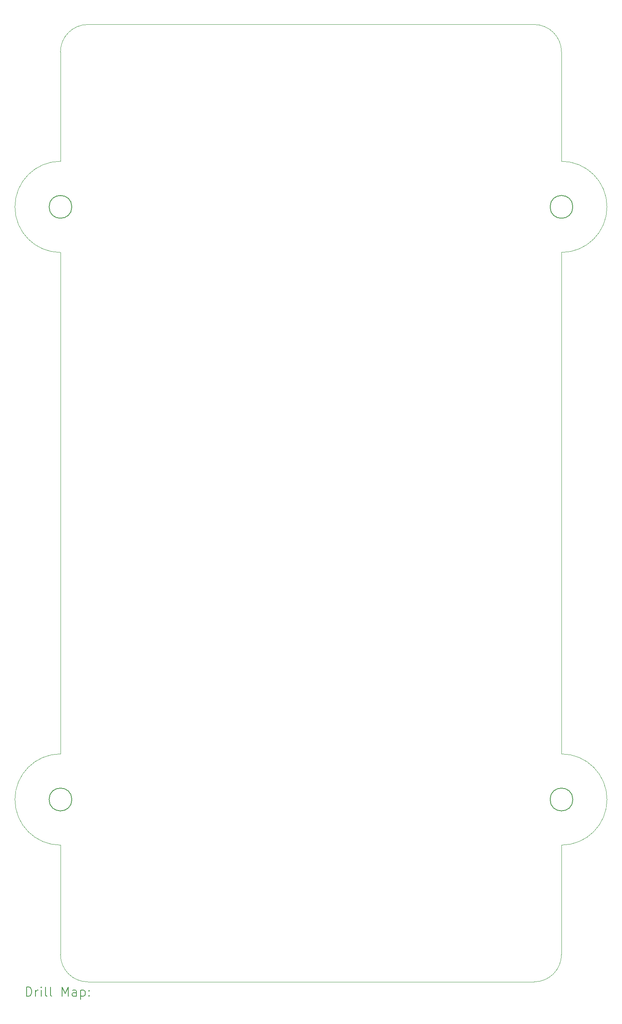
<source format=gbr>
%FSLAX45Y45*%
G04 Gerber Fmt 4.5, Leading zero omitted, Abs format (unit mm)*
G04 Created by KiCad (PCBNEW (6.0.5-0)) date 2023-01-20 14:12:16*
%MOMM*%
%LPD*%
G01*
G04 APERTURE LIST*
%TA.AperFunction,Profile*%
%ADD10C,0.050000*%
%TD*%
%TA.AperFunction,Profile*%
%ADD11C,0.200000*%
%TD*%
%ADD12C,0.200000*%
G04 APERTURE END LIST*
D10*
X10400000Y-17000000D02*
X600000Y-17000000D01*
X0Y-1000000D02*
X0Y-12000000D01*
D11*
X11250000Y0D02*
G75*
G03*
X11250000Y0I-250000J0D01*
G01*
X11250000Y-13000000D02*
G75*
G03*
X11250000Y-13000000I-250000J0D01*
G01*
D10*
X0Y3400000D02*
X0Y1000000D01*
X0Y1000000D02*
G75*
G03*
X0Y-1000000I0J-1000000D01*
G01*
X600000Y4000000D02*
G75*
G03*
X0Y3400000I0J-600000D01*
G01*
X10400000Y-17000000D02*
G75*
G03*
X11000000Y-16400000I0J600000D01*
G01*
X0Y-16400000D02*
G75*
G03*
X600000Y-17000000I600000J0D01*
G01*
X0Y-14000000D02*
X0Y-16400000D01*
X11000000Y3400000D02*
G75*
G03*
X10400000Y4000000I-600000J0D01*
G01*
D11*
X250000Y-13000000D02*
G75*
G03*
X250000Y-13000000I-250000J0D01*
G01*
D10*
X10400000Y4000000D02*
X600000Y4000000D01*
X11000000Y-14000000D02*
G75*
G03*
X11000000Y-12000000I0J1000000D01*
G01*
D11*
X250000Y0D02*
G75*
G03*
X250000Y0I-250000J0D01*
G01*
D10*
X11000000Y-1000000D02*
X11000000Y-12000000D01*
X11000000Y3400000D02*
X11000000Y1000000D01*
X0Y-12000000D02*
G75*
G03*
X0Y-14000000I0J-1000000D01*
G01*
X11000000Y-1000000D02*
G75*
G03*
X11000000Y1000000I0J1000000D01*
G01*
X11000000Y-14000000D02*
X11000000Y-16400000D01*
D12*
X-744881Y-17312976D02*
X-744881Y-17112976D01*
X-697262Y-17112976D01*
X-668690Y-17122500D01*
X-649643Y-17141548D01*
X-640119Y-17160595D01*
X-630595Y-17198690D01*
X-630595Y-17227262D01*
X-640119Y-17265357D01*
X-649643Y-17284405D01*
X-668690Y-17303452D01*
X-697262Y-17312976D01*
X-744881Y-17312976D01*
X-544881Y-17312976D02*
X-544881Y-17179643D01*
X-544881Y-17217738D02*
X-535357Y-17198690D01*
X-525833Y-17189167D01*
X-506786Y-17179643D01*
X-487738Y-17179643D01*
X-421071Y-17312976D02*
X-421071Y-17179643D01*
X-421071Y-17112976D02*
X-430595Y-17122500D01*
X-421071Y-17132024D01*
X-411548Y-17122500D01*
X-421071Y-17112976D01*
X-421071Y-17132024D01*
X-297262Y-17312976D02*
X-316310Y-17303452D01*
X-325833Y-17284405D01*
X-325833Y-17112976D01*
X-192500Y-17312976D02*
X-211548Y-17303452D01*
X-221071Y-17284405D01*
X-221071Y-17112976D01*
X36071Y-17312976D02*
X36071Y-17112976D01*
X102738Y-17255833D01*
X169405Y-17112976D01*
X169405Y-17312976D01*
X350357Y-17312976D02*
X350357Y-17208214D01*
X340833Y-17189167D01*
X321786Y-17179643D01*
X283690Y-17179643D01*
X264643Y-17189167D01*
X350357Y-17303452D02*
X331310Y-17312976D01*
X283690Y-17312976D01*
X264643Y-17303452D01*
X255119Y-17284405D01*
X255119Y-17265357D01*
X264643Y-17246310D01*
X283690Y-17236786D01*
X331310Y-17236786D01*
X350357Y-17227262D01*
X445595Y-17179643D02*
X445595Y-17379643D01*
X445595Y-17189167D02*
X464643Y-17179643D01*
X502738Y-17179643D01*
X521786Y-17189167D01*
X531310Y-17198690D01*
X540833Y-17217738D01*
X540833Y-17274881D01*
X531310Y-17293929D01*
X521786Y-17303452D01*
X502738Y-17312976D01*
X464643Y-17312976D01*
X445595Y-17303452D01*
X626548Y-17293929D02*
X636071Y-17303452D01*
X626548Y-17312976D01*
X617024Y-17303452D01*
X626548Y-17293929D01*
X626548Y-17312976D01*
X626548Y-17189167D02*
X636071Y-17198690D01*
X626548Y-17208214D01*
X617024Y-17198690D01*
X626548Y-17189167D01*
X626548Y-17208214D01*
M02*

</source>
